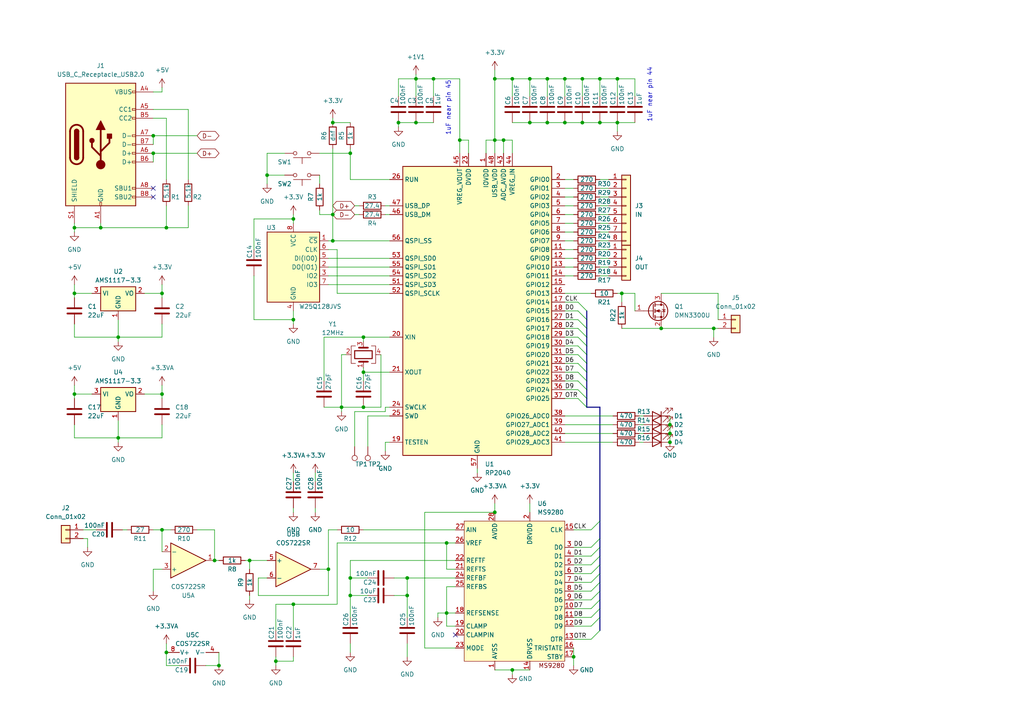
<source format=kicad_sch>
(kicad_sch (version 20230121) (generator eeschema)
  (paper "A4")
  (title_block (title "Glitcher") (date "2023-07-15") (rev "0.1"))
  (bus_alias "ADC" (members "D0" "D1" "D2" "D3" "D4" "D5" "D6" "D7" "D8" "D9" "CLK" "OTR"))
  (junction (at 143.51 22.86))
  (junction (at 129.54 157.48))
  (junction (at 148.59 194.31))
  (junction (at 101.6 172.72))
  (junction (at 63.5 193.04))
  (junction (at 85.09 63.5))
  (junction (at 105.41 107.95))
  (junction (at 62.23 162.56))
  (junction (at 34.29 97.79))
  (junction (at 166.37 190.5))
  (junction (at 194.31 123.19))
  (junction (at 21.59 114.3))
  (junction (at 105.41 97.79))
  (junction (at 118.11 172.72))
  (junction (at 101.6 167.64))
  (junction (at 173.99 35.56))
  (junction (at 85.09 175.26))
  (junction (at 158.75 35.56))
  (junction (at 168.91 22.86))
  (junction (at 153.67 22.86))
  (junction (at 46.99 85.09))
  (junction (at 129.54 177.8))
  (junction (at 95.25 165.1))
  (junction (at 46.99 114.3))
  (junction (at 163.83 22.86))
  (junction (at 115.57 35.56))
  (junction (at 125.73 22.86))
  (junction (at 133.35 40.64))
  (junction (at 96.52 69.85))
  (junction (at 158.75 22.86))
  (junction (at 191.77 95.25))
  (junction (at 96.52 35.56))
  (junction (at 146.05 40.64))
  (junction (at 173.99 22.86))
  (junction (at 96.52 62.23))
  (junction (at 44.45 39.37))
  (junction (at 143.51 40.64))
  (junction (at 118.11 167.64))
  (junction (at 34.29 127))
  (junction (at 120.65 35.56))
  (junction (at 168.91 35.56))
  (junction (at 101.6 44.45))
  (junction (at 48.26 66.04))
  (junction (at 77.47 50.8))
  (junction (at 72.39 162.56))
  (junction (at 153.67 35.56))
  (junction (at 80.01 191.77))
  (junction (at 180.34 85.09))
  (junction (at 148.59 22.86))
  (junction (at 48.26 189.23))
  (junction (at 85.09 92.71))
  (junction (at 21.59 85.09))
  (junction (at 163.83 35.56))
  (junction (at 179.07 35.56))
  (junction (at 99.06 118.11))
  (junction (at 21.59 66.04))
  (junction (at 120.65 22.86))
  (junction (at 143.51 148.59))
  (junction (at 46.99 153.67))
  (junction (at 207.01 95.25))
  (junction (at 179.07 22.86))
  (junction (at 105.41 118.11))
  (junction (at 194.31 125.73))
  (junction (at 29.21 66.04))
  (junction (at 194.31 128.27))
  (junction (at 44.45 44.45))
  (no_connect (at 132.08 184.15))
  (no_connect (at 44.45 57.15))
  (no_connect (at 44.45 54.61))
  (bus_entry (at 167.64 105.41) (size 2.54 2.54))
  (bus_entry (at 167.64 113.03) (size 2.54 2.54))
  (bus_entry (at 171.45 179.07) (size 2.54 -2.54))
  (bus_entry (at 167.64 87.63) (size 2.54 2.54))
  (bus_entry (at 167.64 97.79) (size 2.54 2.54))
  (bus_entry (at 167.64 90.17) (size 2.54 2.54))
  (bus_entry (at 167.64 107.95) (size 2.54 2.54))
  (bus_entry (at 167.64 95.25) (size 2.54 2.54))
  (bus_entry (at 171.45 166.37) (size 2.54 -2.54))
  (bus_entry (at 171.45 168.91) (size 2.54 -2.54))
  (bus_entry (at 167.64 100.33) (size 2.54 2.54))
  (bus_entry (at 171.45 161.29) (size 2.54 -2.54))
  (bus_entry (at 171.45 176.53) (size 2.54 -2.54))
  (bus_entry (at 167.64 110.49) (size 2.54 2.54))
  (bus_entry (at 167.64 92.71) (size 2.54 2.54))
  (bus_entry (at 171.45 158.75) (size 2.54 -2.54))
  (bus_entry (at 171.45 173.99) (size 2.54 -2.54))
  (bus_entry (at 167.64 115.57) (size 2.54 2.54))
  (bus_entry (at 171.45 171.45) (size 2.54 -2.54))
  (bus_entry (at 167.64 102.87) (size 2.54 2.54))
  (bus_entry (at 171.45 163.83) (size 2.54 -2.54))
  (bus_entry (at 171.45 185.42) (size 2.54 -2.54))
  (bus_entry (at 171.45 181.61) (size 2.54 -2.54))
  (bus_entry (at 171.45 153.67) (size 2.54 -2.54))
  (wire (pts (xy 101.6 186.69) (xy 101.6 189.23)))
  (wire (pts (xy 163.83 107.95) (xy 167.64 107.95)))
  (wire (pts (xy 73.66 63.5) (xy 73.66 72.39)))
  (bus (pts (xy 173.99 163.83) (xy 173.99 166.37)))
  (wire (pts (xy 118.11 172.72) (xy 118.11 179.07)))
  (wire (pts (xy 184.15 85.09) (xy 184.15 90.17)))
  (bus (pts (xy 170.18 102.87) (xy 170.18 105.41)))
  (wire (pts (xy 194.31 120.65) (xy 194.31 123.19)))
  (wire (pts (xy 97.79 85.09) (xy 97.79 72.39)))
  (wire (pts (xy 113.03 128.27) (xy 111.76 128.27)))
  (wire (pts (xy 194.31 125.73) (xy 194.31 128.27)))
  (wire (pts (xy 153.67 146.05) (xy 153.67 148.59)))
  (wire (pts (xy 166.37 185.42) (xy 171.45 185.42)))
  (wire (pts (xy 93.98 97.79) (xy 93.98 110.49)))
  (wire (pts (xy 21.59 66.04) (xy 21.59 67.31)))
  (wire (pts (xy 148.59 194.31) (xy 153.67 194.31)))
  (wire (pts (xy 34.29 97.79) (xy 34.29 99.06)))
  (wire (pts (xy 21.59 127) (xy 21.59 123.19)))
  (wire (pts (xy 101.6 172.72) (xy 106.68 172.72)))
  (wire (pts (xy 173.99 57.15) (xy 176.53 57.15)))
  (wire (pts (xy 163.83 77.47) (xy 166.37 77.47)))
  (wire (pts (xy 105.41 153.67) (xy 132.08 153.67)))
  (wire (pts (xy 133.35 44.45) (xy 133.35 40.64)))
  (wire (pts (xy 46.99 111.76) (xy 46.99 114.3)))
  (wire (pts (xy 148.59 35.56) (xy 153.67 35.56)))
  (wire (pts (xy 96.52 43.18) (xy 96.52 62.23)))
  (wire (pts (xy 158.75 22.86) (xy 153.67 22.86)))
  (wire (pts (xy 106.68 129.54) (xy 106.68 120.65)))
  (wire (pts (xy 46.99 153.67) (xy 46.99 160.02)))
  (wire (pts (xy 105.41 107.95) (xy 105.41 110.49)))
  (wire (pts (xy 106.68 120.65) (xy 113.03 120.65)))
  (wire (pts (xy 111.76 62.23) (xy 113.03 62.23)))
  (wire (pts (xy 207.01 95.25) (xy 207.01 97.79)))
  (wire (pts (xy 77.47 50.8) (xy 77.47 53.34)))
  (wire (pts (xy 93.98 97.79) (xy 105.41 97.79)))
  (wire (pts (xy 148.59 40.64) (xy 148.59 44.45)))
  (wire (pts (xy 91.44 147.32) (xy 91.44 148.59)))
  (wire (pts (xy 24.13 153.67) (xy 27.94 153.67)))
  (wire (pts (xy 163.83 59.69) (xy 166.37 59.69)))
  (wire (pts (xy 132.08 162.56) (xy 101.6 162.56)))
  (wire (pts (xy 21.59 86.36) (xy 21.59 85.09)))
  (wire (pts (xy 92.71 165.1) (xy 95.25 165.1)))
  (wire (pts (xy 29.21 66.04) (xy 48.26 66.04)))
  (wire (pts (xy 34.29 97.79) (xy 21.59 97.79)))
  (wire (pts (xy 163.83 22.86) (xy 158.75 22.86)))
  (wire (pts (xy 105.41 118.11) (xy 110.49 118.11)))
  (wire (pts (xy 173.99 77.47) (xy 176.53 77.47)))
  (wire (pts (xy 163.83 87.63) (xy 167.64 87.63)))
  (wire (pts (xy 118.11 172.72) (xy 118.11 167.64)))
  (wire (pts (xy 101.6 44.45) (xy 101.6 52.07)))
  (wire (pts (xy 97.79 72.39) (xy 95.25 72.39)))
  (wire (pts (xy 185.42 123.19) (xy 186.69 123.19)))
  (wire (pts (xy 46.99 97.79) (xy 34.29 97.79)))
  (wire (pts (xy 163.83 64.77) (xy 166.37 64.77)))
  (wire (pts (xy 123.19 187.96) (xy 123.19 148.59)))
  (wire (pts (xy 133.35 40.64) (xy 133.35 22.86)))
  (wire (pts (xy 129.54 177.8) (xy 129.54 170.18)))
  (wire (pts (xy 143.51 22.86) (xy 143.51 40.64)))
  (wire (pts (xy 166.37 171.45) (xy 171.45 171.45)))
  (wire (pts (xy 80.01 191.77) (xy 80.01 193.04)))
  (wire (pts (xy 21.59 111.76) (xy 21.59 114.3)))
  (wire (pts (xy 173.99 80.01) (xy 176.53 80.01)))
  (wire (pts (xy 125.73 22.86) (xy 120.65 22.86)))
  (bus (pts (xy 170.18 107.95) (xy 170.18 110.49)))
  (wire (pts (xy 132.08 181.61) (xy 129.54 181.61)))
  (wire (pts (xy 105.41 107.95) (xy 113.03 107.95)))
  (wire (pts (xy 158.75 22.86) (xy 158.75 27.94)))
  (wire (pts (xy 46.99 25.4) (xy 46.99 26.67)))
  (wire (pts (xy 41.91 85.09) (xy 46.99 85.09)))
  (wire (pts (xy 140.97 40.64) (xy 143.51 40.64)))
  (wire (pts (xy 143.51 40.64) (xy 146.05 40.64)))
  (wire (pts (xy 82.55 44.45) (xy 77.47 44.45)))
  (wire (pts (xy 92.71 44.45) (xy 101.6 44.45)))
  (bus (pts (xy 173.99 166.37) (xy 173.99 168.91)))
  (wire (pts (xy 85.09 63.5) (xy 73.66 63.5)))
  (wire (pts (xy 114.3 172.72) (xy 118.11 172.72)))
  (wire (pts (xy 129.54 165.1) (xy 129.54 157.48)))
  (wire (pts (xy 166.37 176.53) (xy 171.45 176.53)))
  (wire (pts (xy 163.83 113.03) (xy 167.64 113.03)))
  (wire (pts (xy 25.4 156.21) (xy 25.4 158.75)))
  (wire (pts (xy 163.83 110.49) (xy 167.64 110.49)))
  (wire (pts (xy 166.37 163.83) (xy 171.45 163.83)))
  (wire (pts (xy 173.99 67.31) (xy 176.53 67.31)))
  (wire (pts (xy 146.05 40.64) (xy 146.05 44.45)))
  (wire (pts (xy 101.6 52.07) (xy 113.03 52.07)))
  (wire (pts (xy 173.99 22.86) (xy 173.99 27.94)))
  (wire (pts (xy 46.99 115.57) (xy 46.99 114.3)))
  (wire (pts (xy 44.45 165.1) (xy 44.45 171.45)))
  (wire (pts (xy 96.52 35.56) (xy 101.6 35.56)))
  (wire (pts (xy 173.99 52.07) (xy 176.53 52.07)))
  (wire (pts (xy 44.45 31.75) (xy 54.61 31.75)))
  (wire (pts (xy 95.25 77.47) (xy 113.03 77.47)))
  (wire (pts (xy 173.99 22.86) (xy 168.91 22.86)))
  (wire (pts (xy 44.45 39.37) (xy 57.15 39.37)))
  (wire (pts (xy 140.97 44.45) (xy 140.97 40.64)))
  (wire (pts (xy 59.69 193.04) (xy 63.5 193.04)))
  (wire (pts (xy 173.99 64.77) (xy 176.53 64.77)))
  (wire (pts (xy 82.55 50.8) (xy 77.47 50.8)))
  (wire (pts (xy 34.29 127) (xy 21.59 127)))
  (wire (pts (xy 113.03 85.09) (xy 97.79 85.09)))
  (wire (pts (xy 54.61 66.04) (xy 54.61 59.69)))
  (wire (pts (xy 148.59 22.86) (xy 148.59 27.94)))
  (wire (pts (xy 132.08 187.96) (xy 123.19 187.96)))
  (wire (pts (xy 71.12 162.56) (xy 72.39 162.56)))
  (wire (pts (xy 168.91 35.56) (xy 173.99 35.56)))
  (bus (pts (xy 173.99 118.11) (xy 170.18 118.11)))
  (wire (pts (xy 166.37 179.07) (xy 171.45 179.07)))
  (wire (pts (xy 163.83 105.41) (xy 167.64 105.41)))
  (bus (pts (xy 173.99 156.21) (xy 173.99 158.75)))
  (wire (pts (xy 85.09 147.32) (xy 85.09 148.59)))
  (bus (pts (xy 173.99 158.75) (xy 173.99 161.29)))
  (wire (pts (xy 54.61 31.75) (xy 54.61 52.07)))
  (wire (pts (xy 133.35 22.86) (xy 125.73 22.86)))
  (wire (pts (xy 132.08 177.8) (xy 129.54 177.8)))
  (wire (pts (xy 173.99 72.39) (xy 176.53 72.39)))
  (wire (pts (xy 99.06 118.11) (xy 105.41 118.11)))
  (wire (pts (xy 95.25 80.01) (xy 113.03 80.01)))
  (wire (pts (xy 163.83 80.01) (xy 166.37 80.01)))
  (bus (pts (xy 173.99 151.13) (xy 173.99 156.21)))
  (wire (pts (xy 102.87 119.38) (xy 102.87 129.54)))
  (wire (pts (xy 148.59 194.31) (xy 148.59 195.58)))
  (wire (pts (xy 208.28 92.71) (xy 208.28 85.09)))
  (bus (pts (xy 170.18 90.17) (xy 170.18 92.71)))
  (wire (pts (xy 166.37 168.91) (xy 171.45 168.91)))
  (wire (pts (xy 46.99 26.67) (xy 44.45 26.67)))
  (wire (pts (xy 118.11 167.64) (xy 132.08 167.64)))
  (wire (pts (xy 163.83 22.86) (xy 163.83 27.94)))
  (wire (pts (xy 100.33 102.87) (xy 99.06 102.87)))
  (wire (pts (xy 163.83 62.23) (xy 166.37 62.23)))
  (bus (pts (xy 170.18 97.79) (xy 170.18 100.33)))
  (wire (pts (xy 111.76 118.11) (xy 111.76 119.38)))
  (wire (pts (xy 153.67 22.86) (xy 153.67 27.94)))
  (wire (pts (xy 85.09 92.71) (xy 85.09 93.98)))
  (wire (pts (xy 146.05 40.64) (xy 148.59 40.64)))
  (wire (pts (xy 129.54 181.61) (xy 129.54 177.8)))
  (wire (pts (xy 163.83 92.71) (xy 167.64 92.71)))
  (wire (pts (xy 120.65 22.86) (xy 120.65 27.94)))
  (wire (pts (xy 129.54 170.18) (xy 132.08 170.18)))
  (wire (pts (xy 179.07 35.56) (xy 184.15 35.56)))
  (wire (pts (xy 166.37 161.29) (xy 171.45 161.29)))
  (wire (pts (xy 92.71 50.8) (xy 92.71 53.34)))
  (wire (pts (xy 46.99 86.36) (xy 46.99 85.09)))
  (wire (pts (xy 143.51 194.31) (xy 148.59 194.31)))
  (wire (pts (xy 48.26 34.29) (xy 44.45 34.29)))
  (wire (pts (xy 102.87 62.23) (xy 104.14 62.23)))
  (bus (pts (xy 173.99 168.91) (xy 173.99 171.45)))
  (wire (pts (xy 163.83 72.39) (xy 166.37 72.39)))
  (wire (pts (xy 91.44 137.16) (xy 91.44 139.7)))
  (wire (pts (xy 34.29 97.79) (xy 34.29 92.71)))
  (wire (pts (xy 179.07 22.86) (xy 173.99 22.86)))
  (wire (pts (xy 115.57 35.56) (xy 115.57 36.83)))
  (wire (pts (xy 80.01 182.88) (xy 80.01 175.26)))
  (wire (pts (xy 92.71 62.23) (xy 96.52 62.23)))
  (wire (pts (xy 48.26 66.04) (xy 54.61 66.04)))
  (wire (pts (xy 163.83 115.57) (xy 167.64 115.57)))
  (wire (pts (xy 166.37 187.96) (xy 166.37 190.5)))
  (wire (pts (xy 168.91 22.86) (xy 163.83 22.86)))
  (wire (pts (xy 208.28 85.09) (xy 191.77 85.09)))
  (wire (pts (xy 46.99 127) (xy 34.29 127)))
  (wire (pts (xy 135.89 40.64) (xy 135.89 44.45)))
  (wire (pts (xy 173.99 62.23) (xy 176.53 62.23)))
  (wire (pts (xy 95.25 82.55) (xy 113.03 82.55)))
  (wire (pts (xy 77.47 44.45) (xy 77.47 50.8)))
  (wire (pts (xy 41.91 114.3) (xy 46.99 114.3)))
  (wire (pts (xy 74.93 172.72) (xy 74.93 167.64)))
  (wire (pts (xy 72.39 162.56) (xy 72.39 165.1)))
  (wire (pts (xy 85.09 137.16) (xy 85.09 139.7)))
  (wire (pts (xy 179.07 27.94) (xy 179.07 22.86)))
  (wire (pts (xy 48.26 52.07) (xy 48.26 34.29)))
  (wire (pts (xy 80.01 175.26) (xy 85.09 175.26)))
  (wire (pts (xy 129.54 157.48) (xy 97.79 157.48)))
  (wire (pts (xy 125.73 27.94) (xy 125.73 22.86)))
  (wire (pts (xy 163.83 52.07) (xy 166.37 52.07)))
  (wire (pts (xy 21.59 115.57) (xy 21.59 114.3)))
  (wire (pts (xy 143.51 146.05) (xy 143.51 148.59)))
  (wire (pts (xy 184.15 27.94) (xy 184.15 22.86)))
  (wire (pts (xy 163.83 128.27) (xy 177.8 128.27)))
  (wire (pts (xy 85.09 63.5) (xy 85.09 64.77)))
  (wire (pts (xy 163.83 97.79) (xy 167.64 97.79)))
  (wire (pts (xy 21.59 114.3) (xy 26.67 114.3)))
  (wire (pts (xy 115.57 22.86) (xy 120.65 22.86)))
  (wire (pts (xy 62.23 162.56) (xy 63.5 162.56)))
  (wire (pts (xy 163.83 95.25) (xy 167.64 95.25)))
  (bus (pts (xy 170.18 95.25) (xy 170.18 97.79)))
  (wire (pts (xy 113.03 118.11) (xy 111.76 118.11)))
  (wire (pts (xy 95.25 172.72) (xy 74.93 172.72)))
  (wire (pts (xy 163.83 123.19) (xy 177.8 123.19)))
  (wire (pts (xy 48.26 193.04) (xy 48.26 189.23)))
  (bus (pts (xy 173.99 173.99) (xy 173.99 176.53)))
  (wire (pts (xy 127 177.8) (xy 127 179.07)))
  (wire (pts (xy 158.75 35.56) (xy 163.83 35.56)))
  (wire (pts (xy 101.6 162.56) (xy 101.6 167.64)))
  (wire (pts (xy 80.01 190.5) (xy 80.01 191.77)))
  (wire (pts (xy 21.59 66.04) (xy 29.21 66.04)))
  (wire (pts (xy 52.07 193.04) (xy 48.26 193.04)))
  (wire (pts (xy 34.29 127) (xy 34.29 121.92)))
  (wire (pts (xy 166.37 166.37) (xy 171.45 166.37)))
  (wire (pts (xy 173.99 74.93) (xy 176.53 74.93)))
  (wire (pts (xy 105.41 97.79) (xy 113.03 97.79)))
  (wire (pts (xy 21.59 97.79) (xy 21.59 93.98)))
  (bus (pts (xy 173.99 161.29) (xy 173.99 163.83)))
  (wire (pts (xy 95.25 165.1) (xy 95.25 172.72)))
  (wire (pts (xy 63.5 193.04) (xy 63.5 189.23)))
  (wire (pts (xy 21.59 64.77) (xy 21.59 66.04)))
  (wire (pts (xy 96.52 34.29) (xy 96.52 35.56)))
  (wire (pts (xy 49.53 153.67) (xy 46.99 153.67)))
  (wire (pts (xy 153.67 22.86) (xy 148.59 22.86)))
  (wire (pts (xy 180.34 95.25) (xy 191.77 95.25)))
  (wire (pts (xy 95.25 153.67) (xy 97.79 153.67)))
  (wire (pts (xy 163.83 102.87) (xy 167.64 102.87)))
  (bus (pts (xy 173.99 171.45) (xy 173.99 173.99)))
  (wire (pts (xy 111.76 59.69) (xy 113.03 59.69)))
  (wire (pts (xy 105.41 106.68) (xy 105.41 107.95)))
  (wire (pts (xy 72.39 172.72) (xy 72.39 173.99)))
  (wire (pts (xy 46.99 93.98) (xy 46.99 97.79)))
  (wire (pts (xy 163.83 57.15) (xy 166.37 57.15)))
  (wire (pts (xy 123.19 148.59) (xy 143.51 148.59)))
  (wire (pts (xy 163.83 54.61) (xy 166.37 54.61)))
  (wire (pts (xy 48.26 66.04) (xy 48.26 59.69)))
  (wire (pts (xy 166.37 173.99) (xy 171.45 173.99)))
  (wire (pts (xy 74.93 167.64) (xy 77.47 167.64)))
  (wire (pts (xy 127 177.8) (xy 129.54 177.8)))
  (wire (pts (xy 173.99 69.85) (xy 176.53 69.85)))
  (wire (pts (xy 35.56 153.67) (xy 36.83 153.67)))
  (wire (pts (xy 111.76 128.27) (xy 111.76 130.81)))
  (bus (pts (xy 170.18 105.41) (xy 170.18 107.95)))
  (wire (pts (xy 166.37 190.5) (xy 166.37 193.04)))
  (wire (pts (xy 85.09 191.77) (xy 85.09 190.5)))
  (wire (pts (xy 111.76 119.38) (xy 102.87 119.38)))
  (wire (pts (xy 132.08 165.1) (xy 129.54 165.1)))
  (wire (pts (xy 99.06 118.11) (xy 99.06 119.38)))
  (wire (pts (xy 21.59 82.55) (xy 21.59 85.09)))
  (wire (pts (xy 191.77 95.25) (xy 207.01 95.25)))
  (wire (pts (xy 44.45 39.37) (xy 44.45 41.91)))
  (wire (pts (xy 166.37 181.61) (xy 171.45 181.61)))
  (wire (pts (xy 166.37 153.67) (xy 171.45 153.67)))
  (wire (pts (xy 95.25 74.93) (xy 113.03 74.93)))
  (wire (pts (xy 73.66 92.71) (xy 85.09 92.71)))
  (bus (pts (xy 170.18 100.33) (xy 170.18 102.87)))
  (wire (pts (xy 179.07 85.09) (xy 180.34 85.09)))
  (wire (pts (xy 163.83 120.65) (xy 177.8 120.65)))
  (wire (pts (xy 114.3 167.64) (xy 118.11 167.64)))
  (bus (pts (xy 173.99 179.07) (xy 173.99 182.88)))
  (wire (pts (xy 85.09 175.26) (xy 97.79 175.26)))
  (wire (pts (xy 185.42 128.27) (xy 186.69 128.27)))
  (wire (pts (xy 92.71 60.96) (xy 92.71 62.23)))
  (wire (pts (xy 166.37 158.75) (xy 171.45 158.75)))
  (wire (pts (xy 62.23 153.67) (xy 62.23 162.56)))
  (wire (pts (xy 179.07 35.56) (xy 179.07 38.1)))
  (wire (pts (xy 99.06 118.11) (xy 93.98 118.11)))
  (wire (pts (xy 153.67 35.56) (xy 158.75 35.56)))
  (bus (pts (xy 170.18 110.49) (xy 170.18 113.03)))
  (wire (pts (xy 110.49 118.11) (xy 110.49 102.87)))
  (wire (pts (xy 44.45 44.45) (xy 57.15 44.45)))
  (wire (pts (xy 185.42 120.65) (xy 186.69 120.65)))
  (wire (pts (xy 101.6 167.64) (xy 101.6 172.72)))
  (wire (pts (xy 24.13 156.21) (xy 25.4 156.21)))
  (wire (pts (xy 163.83 85.09) (xy 171.45 85.09)))
  (wire (pts (xy 57.15 153.67) (xy 62.23 153.67)))
  (wire (pts (xy 184.15 22.86) (xy 179.07 22.86)))
  (wire (pts (xy 44.45 153.67) (xy 46.99 153.67)))
  (wire (pts (xy 118.11 186.69) (xy 118.11 190.5)))
  (wire (pts (xy 133.35 40.64) (xy 135.89 40.64)))
  (wire (pts (xy 101.6 172.72) (xy 101.6 179.07)))
  (wire (pts (xy 96.52 62.23) (xy 96.52 69.85)))
  (wire (pts (xy 173.99 35.56) (xy 179.07 35.56)))
  (wire (pts (xy 173.99 54.61) (xy 176.53 54.61)))
  (wire (pts (xy 29.21 66.04) (xy 29.21 64.77)))
  (wire (pts (xy 46.99 165.1) (xy 44.45 165.1)))
  (wire (pts (xy 44.45 44.45) (xy 44.45 46.99)))
  (wire (pts (xy 95.25 165.1) (xy 95.25 153.67)))
  (wire (pts (xy 21.59 85.09) (xy 26.67 85.09)))
  (wire (pts (xy 180.34 85.09) (xy 180.34 87.63)))
  (wire (pts (xy 163.83 67.31) (xy 166.37 67.31)))
  (wire (pts (xy 85.09 175.26) (xy 85.09 182.88)))
  (bus (pts (xy 173.99 118.11) (xy 173.99 151.13)))
  (bus (pts (xy 170.18 113.03) (xy 170.18 115.57)))
  (wire (pts (xy 80.01 191.77) (xy 85.09 191.77)))
  (wire (pts (xy 34.29 127) (xy 34.29 128.27)))
  (wire (pts (xy 120.65 35.56) (xy 125.73 35.56)))
  (wire (pts (xy 46.99 82.55) (xy 46.99 85.09)))
  (wire (pts (xy 73.66 80.01) (xy 73.66 92.71)))
  (wire (pts (xy 194.31 123.19) (xy 194.31 125.73)))
  (wire (pts (xy 48.26 186.69) (xy 48.26 189.23)))
  (wire (pts (xy 101.6 43.18) (xy 101.6 44.45)))
  (wire (pts (xy 163.83 74.93) (xy 166.37 74.93)))
  (wire (pts (xy 168.91 22.86) (xy 168.91 27.94)))
  (wire (pts (xy 97.79 157.48) (xy 97.79 175.26)))
  (wire (pts (xy 163.83 125.73) (xy 177.8 125.73)))
  (wire (pts (xy 99.06 102.87) (xy 99.06 118.11)))
  (wire (pts (xy 180.34 85.09) (xy 184.15 85.09)))
  (wire (pts (xy 101.6 167.64) (xy 106.68 167.64)))
  (wire (pts (xy 163.83 35.56) (xy 168.91 35.56)))
  (wire (pts (xy 143.51 40.64) (xy 143.51 44.45)))
  (wire (pts (xy 138.43 135.89) (xy 138.43 137.16)))
  (wire (pts (xy 105.41 99.06) (xy 105.41 97.79)))
  (wire (pts (xy 163.83 69.85) (xy 166.37 69.85)))
  (wire (pts (xy 208.28 95.25) (xy 207.01 95.25)))
  (wire (pts (xy 46.99 123.19) (xy 46.99 127)))
  (wire (pts (xy 95.25 69.85) (xy 96.52 69.85)))
  (wire (pts (xy 72.39 162.56) (xy 77.47 162.56)))
  (bus (pts (xy 170.18 92.71) (xy 170.18 95.25)))
  (wire (pts (xy 102.87 59.69) (xy 104.14 59.69)))
  (wire (pts (xy 120.65 21.59) (xy 120.65 22.86)))
  (wire (pts (xy 163.83 100.33) (xy 167.64 100.33)))
  (bus (pts (xy 173.99 176.53) (xy 173.99 179.07)))
  (wire (pts (xy 132.08 157.48) (xy 129.54 157.48)))
  (wire (pts (xy 185.42 125.73) (xy 186.69 125.73)))
  (wire (pts (xy 85.09 92.71) (xy 85.09 90.17)))
  (wire (pts (xy 143.51 20.32) (xy 143.51 22.86)))
  (wire (pts (xy 96.52 69.85) (xy 113.03 69.85)))
  (bus (pts (xy 170.18 115.57) (xy 170.18 118.11)))
  (wire (pts (xy 148.59 22.86) (xy 143.51 22.86)))
  (wire (pts (xy 115.57 27.94) (xy 115.57 22.86)))
  (wire (pts (xy 115.57 35.56) (xy 120.65 35.56)))
  (wire (pts (xy 163.83 90.17) (xy 167.64 90.17)))
  (wire (pts (xy 173.99 59.69) (xy 176.53 59.69)))
  (wire (pts (xy 85.09 62.23) (xy 85.09 63.5)))
  (text "1uF near pin 45" (at 130.81 39.37 90) (effects (font (size 1.27 1.27)) (justify left bottom)))
  (text "1uF near pin 44" (at 189.23 35.56 90) (effects (font (size 1.27 1.27)) (justify left bottom)))
  (label "D5" (at 166.37 171.45 0))
  (label "D1" (at 163.83 92.71 0))
  (label "D7" (at 166.37 176.53 0))
  (label "D8" (at 166.37 179.07 0))
  (label "D5" (at 163.83 102.87 0))
  (label "OTR" (at 163.83 115.57 0))
  (label "CLK" (at 163.83 87.63 0))
  (label "D3" (at 163.83 97.79 0))
  (label "D3" (at 166.37 166.37 0))
  (label "D9" (at 166.37 181.61 0))
  (label "D0" (at 163.83 90.17 0))
  (label "D6" (at 163.83 105.41 0))
  (label "D9" (at 163.83 113.03 0))
  (label "CLK" (at 166.37 153.67 0))
  (label "D6" (at 166.37 173.99 0))
  (label "D8" (at 163.83 110.49 0))
  (label "D2" (at 166.37 163.83 0))
  (label "D7" (at 163.83 107.95 0))
  (label "D4" (at 166.37 168.91 0))
  (label "D0" (at 166.37 158.75 0))
  (label "D1" (at 166.37 161.29 0))
  (label "OTR" (at 166.37 185.42 0))
  (label "D2" (at 163.83 95.25 0))
  (label "D4" (at 163.83 100.33 0))
  (global_label "D+" (shape bidirectional) (at 57.15 44.45 0) (property "Intersheetrefs" "${INTERSHEET_REFS}" (effects hide)))
  (global_label "D-" (shape bidirectional) (at 102.87 62.23 180) (property "Intersheetrefs" "${INTERSHEET_REFS}" (effects hide)))
  (global_label "D+" (shape bidirectional) (at 102.87 59.69 180) (property "Intersheetrefs" "${INTERSHEET_REFS}" (effects hide)))
  (global_label "D-" (shape bidirectional) (at 57.15 39.37 0) (property "Intersheetrefs" "${INTERSHEET_REFS}" (effects hide)))
  (symbol (lib_id "Device:C") (at 110.49 167.64 90) (unit 1)
    (property "Reference" "C24" (at 109.22 168.91 90) (effects (justify left)))
    (property "Value" "100nF" (at 109.22 166.37 90) (effects (justify left)))
    (property "Footprint" "Capacitor_SMD:C_0603_1608Metric" (effects hide))
  )
  (symbol (lib_id "power:+3.3V") (at 85.09 62.23 0) (unit 1)
    (property "Reference" "#PWR09" (effects hide))
    (property "Value" "+3.3V" (at 85.09 57.15 0))
  )
  (symbol (lib_id "Device:C") (at 173.99 31.75 0) (unit 1)
    (property "Reference" "C11" (at 172.72 30.48 90) (effects (justify left)))
    (property "Value" "100nF" (at 175.26 30.48 90) (effects (justify left)))
    (property "Footprint" "Capacitor_SMD:C_0603_1608Metric" (effects hide))
  )
  (symbol (lib_id "power:+5V") (at 21.59 82.55 0) (unit 1)
    (property "Reference" "#PWR02" (effects hide))
    (property "Value" "+5V" (at 21.59 77.47 0))
  )
  (symbol (lib_id "power:+5V") (at 21.59 111.76 0) (unit 1)
    (property "Reference" "#PWR017" (effects hide))
    (property "Value" "+5V" (at 21.59 106.68 0))
  )
  (symbol (lib_id "Device:LED") (at 190.5 120.65 180) (unit 1)
    (property "Reference" "D1" (at 196.85 120.65 0))
    (property "Value" "LED" (effects hide))
    (property "Footprint" "Resistor_SMD:R_0603_1608Metric" (effects hide))
  )
  (symbol (lib_id "Device:R") (at 48.26 55.88 0) (mirror x) (unit 1)
    (property "Reference" "R1" (at 49.53 57.15 0) (effects (justify left)))
    (property "Value" "5.1k" (at 48.26 53.34 90) (effects (justify left)))
    (property "Footprint" "Resistor_SMD:R_0603_1608Metric" (effects hide))
  )
  (symbol (lib_id "power:+3.3V") (at 153.67 146.05 0) (unit 1)
    (property "Reference" "#PWR030" (effects hide))
    (property "Value" "+3.3V" (at 153.67 140.97 0))
  )
  (symbol (lib_id "Device:C") (at 46.99 119.38 0) (unit 1)
    (property "Reference" "C18" (at 50.8 118.11 0) (effects (justify left)))
    (property "Value" "22uF" (at 50.8 120.65 0) (effects (justify left)))
    (property "Footprint" "Capacitor_SMD:C_0805_2012Metric" (effects hide))
  )
  (symbol (lib_id "Device:R") (at 170.18 74.93 270) (unit 1)
    (property "Reference" "R19" (at 175.26 76.2 90))
    (property "Value" "270" (at 170.18 74.93 90))
    (property "Footprint" "Resistor_SMD:R_0603_1608Metric" (effects hide))
  )
  (symbol (lib_id "power:+3.3V") (at 91.44 137.16 0) (unit 1)
    (property "Reference" "#PWR033" (effects hide))
    (property "Value" "+3.3V" (at 91.44 132.08 0))
  )
  (symbol (lib_id "Device:C") (at 115.57 31.75 0) (unit 1)
    (property "Reference" "C4" (at 113.03 29.21 0) (effects (justify left)))
    (property "Value" "100nF" (at 116.84 30.48 90) (effects (justify left)))
    (property "Footprint" "Capacitor_SMD:C_0603_1608Metric" (effects hide))
  )
  (symbol (lib_id "MS9280:MS9280") (at 148.59 167.64 0) (unit 1)
    (property "Reference" "U6" (at 155.8641 146.05 0) (effects (justify left)))
    (property "Value" "MS9280" (at 155.8641 148.59 0) (effects (justify left)))
    (property "Footprint" "Package_SO:SSOP-28_5.3x10.2mm_P0.65mm" (effects hide))
  )
  (symbol (lib_id "Device:C") (at 153.67 31.75 0) (unit 1)
    (property "Reference" "C7" (at 152.4 30.48 90) (effects (justify left)))
    (property "Value" "100nF" (at 154.94 30.48 90) (effects (justify left)))
    (property "Footprint" "Capacitor_SMD:C_0603_1608Metric" (effects hide))
  )
  (symbol (lib_id "Connector_Generic:Conn_01x08") (at 181.61 59.69 0) (unit 1)
    (property "Reference" "J3" (at 184.15 59.69 0) (effects (justify left)))
    (property "Value" "IN" (at 184.15 62.23 0) (effects (justify left)))
  )
  (symbol (lib_id "power:GND") (at 207.01 97.79 0) (mirror y) (unit 1)
    (property "Reference" "#PWR038" (effects hide))
    (property "Value" "GND" (at 207.01 102.87 0))
  )
  (symbol (lib_id "Device:R") (at 107.95 62.23 90) (unit 1)
    (property "Reference" "R4" (at 107.95 64.77 90))
    (property "Value" "27.4" (at 107.95 62.23 90))
    (property "Footprint" "Resistor_SMD:R_0603_1608Metric" (effects hide))
  )
  (symbol (lib_id "power:GND") (at 101.6 189.23 0) (unit 1)
    (property "Reference" "#PWR027" (effects hide))
    (property "Value" "GND" (at 101.6 194.31 0))
  )
  (symbol (lib_id "Device:C") (at 85.09 143.51 0) (unit 1)
    (property "Reference" "C27" (at 83.82 142.24 90) (effects (justify left)))
    (property "Value" "100nF" (at 86.36 142.24 90) (effects (justify left)))
    (property "Footprint" "Capacitor_SMD:C_0603_1608Metric" (effects hide))
  )
  (symbol (lib_id "Device:R") (at 170.18 69.85 270) (unit 1)
    (property "Reference" "R23" (at 175.26 71.12 90))
    (property "Value" "270" (at 170.18 69.85 90))
    (property "Footprint" "Resistor_SMD:R_0603_1608Metric" (effects hide))
  )
  (symbol (lib_id "power:GND") (at 99.06 119.38 0) (unit 1)
    (property "Reference" "#PWR013" (effects hide))
    (property "Value" "GND" (at 99.06 124.46 0))
  )
  (symbol (lib_id "power:+3.3VA") (at 143.51 146.05 0) (unit 1)
    (property "Reference" "#PWR029" (effects hide))
    (property "Value" "+3.3VA" (at 143.51 140.97 0))
  )
  (symbol (lib_id "power:GND") (at 138.43 137.16 0) (unit 1)
    (property "Reference" "#PWR015" (effects hide))
    (property "Value" "GND" (at 138.43 142.24 0))
  )
  (symbol (lib_id "Device:R") (at 170.18 77.47 270) (unit 1)
    (property "Reference" "R18" (at 175.26 78.74 90))
    (property "Value" "270" (at 170.18 77.47 90))
    (property "Footprint" "Resistor_SMD:R_0603_1608Metric" (effects hide))
  )
  (symbol (lib_id "Transistor_FET:DMN3300U") (at 189.23 90.17 0) (unit 1)
    (property "Reference" "Q1" (at 195.58 88.9 0) (effects (justify left)))
    (property "Value" "DMN3300U" (at 195.58 91.44 0) (effects (justify left)))
    (property "Footprint" "Package_TO_SOT_SMD:SOT-23" (effects hide))
    (property "Datasheet" "http://www.diodes.com/assets/Datasheets/ds31181.pdf" (effects hide))
  )
  (symbol (lib_id "Device:C") (at 110.49 172.72 90) (unit 1)
    (property "Reference" "C23" (at 109.22 173.99 90) (effects (justify left)))
    (property "Value" "10uF" (at 109.22 171.45 90) (effects (justify left)))
    (property "Footprint" "Capacitor_SMD:C_0603_1608Metric" (effects hide))
  )
  (symbol (lib_id "Device:R") (at 53.34 153.67 270) (unit 1)
    (property "Reference" "R10" (at 53.34 156.21 90))
    (property "Value" "270" (at 53.34 153.67 90))
    (property "Footprint" "Resistor_SMD:R_0603_1608Metric" (effects hide))
  )
  (symbol (lib_id "Device:C") (at 101.6 182.88 0) (unit 1)
    (property "Reference" "C26" (at 100.33 181.61 90) (effects (justify left)))
    (property "Value" "100nF" (at 102.87 181.61 90) (effects (justify left)))
    (property "Footprint" "Capacitor_SMD:C_0603_1608Metric" (effects hide))
  )
  (symbol (lib_id "MCU_RaspberryPi:RP2040") (at 138.43 90.17 0) (unit 1)
    (property "Reference" "U1" (at 140.6241 134.62 0) (effects (justify left)))
    (property "Value" "RP2040" (at 140.6241 137.16 0) (effects (justify left)))
    (property "Footprint" "Package_DFN_QFN:QFN-56-1EP_7x7mm_P0.4mm_EP3.2x3.2mm" (effects hide))
    (property "Datasheet" "https://datasheets.raspberrypi.com/rp2040/rp2040-datasheet.pdf" (effects hide))
  )
  (symbol (lib_id "Device:C") (at 21.59 90.17 0) (unit 1)
    (property "Reference" "C1" (at 25.4 88.9 0) (effects (justify left)))
    (property "Value" "22uF" (at 25.4 91.44 0) (effects (justify left)))
    (property "Footprint" "Capacitor_SMD:C_0805_2012Metric" (effects hide))
  )
  (symbol (lib_id "Connector:USB_C_Receptacle_USB2.0") (at 29.21 41.91 0) (unit 1)
    (property "Reference" "J1" (at 29.21 19.05 0))
    (property "Value" "USB_C_Receptacle_USB2.0" (at 29.21 21.59 0))
    (property "Footprint" "Resistor_SMD:R_0603_1608Metric" (effects hide))
    (property "Datasheet" "https://www.usb.org/sites/default/files/documents/usb_type-c.zip" (effects hide))
    (property "LCSC" "C165948" (effects hide))
  )
  (symbol (lib_id "power:GND") (at 21.59 67.31 0) (unit 1)
    (property "Reference" "#PWR01" (effects hide))
    (property "Value" "GND" (at 21.59 72.39 0))
  )
  (symbol (lib_id "Switch:SW_Push") (at 87.63 50.8 0) (mirror x) (unit 1)
    (property "Reference" "SW2" (at 82.55 53.34 0))
    (property "Value" "SW_Push" (effects hide))
    (property "Footprint" "Button_Switch_SMD:SW_Push_1P1T_NO_6x6mm_H9.5mm" (effects hide))
  )
  (symbol (lib_id "power:GND") (at 85.09 148.59 0) (unit 1)
    (property "Reference" "#PWR034" (effects hide))
    (property "Value" "GND" (at 85.09 153.67 0))
  )
  (symbol (lib_id "Device:Crystal_GND24") (at 105.41 102.87 90) (unit 1)
    (property "Reference" "Y1" (at 96.52 93.98 90))
    (property "Value" "12MHz" (at 96.52 96.52 90))
    (property "Footprint" "Crystal:Crystal_SMD_3225-4Pin_3.2x2.5mm" (effects hide))
  )
  (symbol (lib_id "Connector_Generic:Conn_01x02") (at 213.36 92.71 0) (unit 1)
    (property "Reference" "J5" (at 213.36 86.36 0))
    (property "Value" "Conn_01x02" (at 213.36 88.9 0))
  )
  (symbol (lib_id "Device:R") (at 67.31 162.56 270) (unit 1)
    (property "Reference" "R8" (at 67.31 165.1 90))
    (property "Value" "1k" (at 67.31 162.56 90))
    (property "Footprint" "Resistor_SMD:R_0603_1608Metric" (effects hide))
  )
  (symbol (lib_id "Regulator_Linear:AMS1117-3.3") (at 34.29 85.09 0) (unit 1)
    (property "Reference" "U2" (at 34.29 78.74 0))
    (property "Value" "AMS1117-3.3" (at 34.29 81.28 0))
    (property "Footprint" "Package_TO_SOT_SMD:SOT-223-3_TabPin2" (effects hide))
    (property "Datasheet" "http://www.advanced-monolithic.com/pdf/ds1117.pdf" (effects hide))
  )
  (symbol (lib_id "Device:R") (at 181.61 128.27 270) (mirror x) (unit 1)
    (property "Reference" "R16" (at 186.69 127 90))
    (property "Value" "470" (at 181.61 128.27 90))
    (property "Footprint" "Resistor_SMD:R_0603_1608Metric" (effects hide))
  )
  (symbol (lib_id "power:GND") (at 166.37 193.04 0) (unit 1)
    (property "Reference" "#PWR036" (effects hide))
    (property "Value" "GND" (at 170.18 194.31 0))
  )
  (symbol (lib_id "Connector:TestPoint") (at 106.68 129.54 180) (unit 1)
    (property "Reference" "TP2" (at 110.49 134.62 0) (effects (justify left)))
    (property "Value" "TestPoint" (effects hide))
    (property "Footprint" "TestPoint:TestPoint_Bridge_Pitch2.54mm_Drill1.3mm" (effects hide))
  )
  (symbol (lib_id "Device:C") (at 93.98 114.3 0) (unit 1)
    (property "Reference" "C15" (at 92.71 113.03 90) (effects (justify left)))
    (property "Value" "27pF" (at 95.25 113.03 90) (effects (justify left)))
    (property "Footprint" "Capacitor_SMD:C_0603_1608Metric" (effects hide))
  )
  (symbol (lib_id "power:GND") (at 91.44 148.59 0) (unit 1)
    (property "Reference" "#PWR035" (effects hide))
    (property "Value" "GND" (at 91.44 153.67 0))
  )
  (symbol (lib_id "Device:C") (at 168.91 31.75 0) (unit 1)
    (property "Reference" "C10" (at 167.64 30.48 90) (effects (justify left)))
    (property "Value" "100nF" (at 170.18 30.48 90) (effects (justify left)))
    (property "Footprint" "Capacitor_SMD:C_0603_1608Metric" (effects hide))
  )
  (symbol (lib_id "Device:C") (at 73.66 76.2 0) (unit 1)
    (property "Reference" "C14" (at 72.39 74.93 90) (effects (justify left)))
    (property "Value" "100nF" (at 74.93 74.93 90) (effects (justify left)))
    (property "Footprint" "Capacitor_SMD:C_0603_1608Metric" (effects hide))
  )
  (symbol (lib_id "Device:LED") (at 190.5 125.73 180) (unit 1)
    (property "Reference" "D3" (at 196.85 125.73 0))
    (property "Value" "LED" (effects hide))
    (property "Footprint" "Resistor_SMD:R_0603_1608Metric" (effects hide))
  )
  (symbol (lib_id "Device:C") (at 105.41 114.3 0) (unit 1)
    (property "Reference" "C16" (at 104.14 113.03 90) (effects (justify left)))
    (property "Value" "27pF" (at 106.68 113.03 90) (effects (justify left)))
    (property "Footprint" "Capacitor_SMD:C_0603_1608Metric" (effects hide))
  )
  (symbol (lib_id "Memory_Flash:W25Q128JVS") (at 85.09 77.47 0) (mirror y) (unit 1)
    (property "Reference" "U3" (at 80.01 66.04 0) (effects (justify left)))
    (property "Value" "W25Q128JVS" (at 99.06 88.9 0) (effects (justify left)))
    (property "Footprint" "Package_SO:SOIC-8_5.23x5.23mm_P1.27mm" (effects hide))
    (property "Datasheet" "http://www.winbond.com/resource-files/w25q128jv_dtr%20revc%2003272018%20plus.pdf" (effects hide))
  )
  (symbol (lib_id "Device:R") (at 170.18 52.07 270) (unit 1)
    (property "Reference" "R30" (at 175.26 53.34 90))
    (property "Value" "270" (at 170.18 52.07 90))
    (property "Footprint" "Resistor_SMD:R_0603_1608Metric" (effects hide))
  )
  (symbol (lib_id "Device:C") (at 179.07 31.75 0) (unit 1)
    (property "Reference" "C12" (at 177.8 30.48 90) (effects (justify left)))
    (property "Value" "100nF" (at 180.34 30.48 90) (effects (justify left)))
    (property "Footprint" "Capacitor_SMD:C_0603_1608Metric" (effects hide))
  )
  (symbol (lib_id "power:GND") (at 118.11 190.5 0) (unit 1)
    (property "Reference" "#PWR028" (effects hide))
    (property "Value" "GND" (at 118.11 195.58 0))
  )
  (symbol (lib_id "Device:LED") (at 190.5 123.19 180) (unit 1)
    (property "Reference" "D2" (at 196.85 123.19 0))
    (property "Value" "LED" (effects hide))
    (property "Footprint" "Resistor_SMD:R_0603_1608Metric" (effects hide))
  )
  (symbol (lib_id "Device:C") (at 31.75 153.67 90) (unit 1)
    (property "Reference" "C20" (at 30.48 154.94 90) (effects (justify left)))
    (property "Value" "100nF" (at 30.48 152.4 90) (effects (justify left)))
    (property "Footprint" "Capacitor_SMD:C_0603_1608Metric" (effects hide))
  )
  (symbol (lib_id "Device:R") (at 181.61 120.65 270) (mirror x) (unit 1)
    (property "Reference" "R13" (at 186.69 119.38 90))
    (property "Value" "470" (at 181.61 120.65 90))
    (property "Footprint" "Resistor_SMD:R_0603_1608Metric" (effects hide))
  )
  (symbol (lib_id "Device:R") (at 181.61 123.19 270) (mirror x) (unit 1)
    (property "Reference" "R14" (at 186.69 121.92 90))
    (property "Value" "470" (at 181.61 123.19 90))
    (property "Footprint" "Resistor_SMD:R_0603_1608Metric" (effects hide))
  )
  (symbol (lib_id "Device:C") (at 21.59 119.38 0) (unit 1)
    (property "Reference" "C17" (at 25.4 118.11 0) (effects (justify left)))
    (property "Value" "22uF" (at 25.4 120.65 0) (effects (justify left)))
    (property "Footprint" "Capacitor_SMD:C_0805_2012Metric" (effects hide))
  )
  (symbol (lib_id "Device:C") (at 158.75 31.75 0) (unit 1)
    (property "Reference" "C8" (at 157.48 30.48 90) (effects (justify left)))
    (property "Value" "100nF" (at 160.02 30.48 90) (effects (justify left)))
    (property "Footprint" "Capacitor_SMD:C_0603_1608Metric" (effects hide))
  )
  (symbol (lib_id "Amplifier_Operational:LM2904") (at 55.88 186.69 90) (unit 3)
    (property "Reference" "U5" (at 55.88 184.15 90))
    (property "Value" "COS722SR" (at 55.88 186.69 90))
    (property "Footprint" "Package_SO:SOP-8_3.9x4.9mm_P1.27mm" (effects hide))
    (property "Datasheet" "http://www.ti.com/lit/ds/symlink/lm358.pdf" (effects hide))
  )
  (symbol (lib_id "Device:R") (at 92.71 57.15 180) (unit 1)
    (property "Reference" "R7" (at 90.17 57.15 90))
    (property "Value" "1k" (at 92.71 57.15 90))
    (property "Footprint" "Resistor_SMD:R_0603_1608Metric" (effects hide))
  )
  (symbol (lib_id "power:+3.3V") (at 143.51 20.32 0) (unit 1)
    (property "Reference" "#PWR07" (effects hide))
    (property "Value" "+3.3V" (at 143.51 15.24 0))
  )
  (symbol (lib_id "Device:C") (at 184.15 31.75 0) (unit 1)
    (property "Reference" "C13" (at 182.88 30.48 90) (effects (justify left)))
    (property "Value" "1uF" (at 185.42 30.48 90) (effects (justify left)))
    (property "Footprint" "Capacitor_SMD:C_0603_1608Metric" (effects hide))
  )
  (symbol (lib_id "Device:R") (at 170.18 59.69 270) (unit 1)
    (property "Reference" "R27" (at 175.26 60.96 90))
    (property "Value" "270" (at 170.18 59.69 90))
    (property "Footprint" "Resistor_SMD:R_0603_1608Metric" (effects hide))
  )
  (symbol (lib_id "Device:R") (at 170.18 54.61 270) (unit 1)
    (property "Reference" "R29" (at 175.26 55.88 90))
    (property "Value" "270" (at 170.18 54.61 90))
    (property "Footprint" "Resistor_SMD:R_0603_1608Metric" (effects hide))
  )
  (symbol (lib_id "Device:LED") (at 190.5 128.27 180) (unit 1)
    (property "Reference" "D4" (at 196.85 128.27 0))
    (property "Value" "LED" (effects hide))
    (property "Footprint" "Resistor_SMD:R_0603_1608Metric" (effects hide))
  )
  (symbol (lib_id "power:GND") (at 63.5 193.04 0) (unit 1)
    (property "Reference" "#PWR022" (effects hide))
    (property "Value" "GND" (at 63.5 198.12 0))
  )
  (symbol (lib_id "power:GND") (at 34.29 128.27 0) (unit 1)
    (property "Reference" "#PWR018" (effects hide))
    (property "Value" "GND" (at 34.29 133.35 0))
  )
  (symbol (lib_id "Device:C") (at 148.59 31.75 0) (unit 1)
    (property "Reference" "C6" (at 147.32 30.48 90) (effects (justify left)))
    (property "Value" "100nF" (at 149.86 30.48 90) (effects (justify left)))
    (property "Footprint" "Capacitor_SMD:C_0603_1608Metric" (effects hide))
  )
  (symbol (lib_id "Device:C") (at 163.83 31.75 0) (unit 1)
    (property "Reference" "C9" (at 162.56 30.48 90) (effects (justify left)))
    (property "Value" "100nF" (at 165.1 30.48 90) (effects (justify left)))
    (property "Footprint" "Capacitor_SMD:C_0603_1608Metric" (effects hide))
  )
  (symbol (lib_id "power:+3.3VA") (at 46.99 111.76 0) (unit 1)
    (property "Reference" "#PWR020" (effects hide))
    (property "Value" "+3.3VA" (at 46.99 106.68 0))
  )
  (symbol (lib_id "Device:R") (at 170.18 80.01 270) (unit 1)
    (property "Reference" "R17" (at 175.26 81.28 90))
    (property "Value" "270" (at 170.18 80.01 90))
    (property "Footprint" "Resistor_SMD:R_0603_1608Metric" (effects hide))
  )
  (symbol (lib_id "power:GND") (at 115.57 36.83 0) (unit 1)
    (property "Reference" "#PWR05" (effects hide))
    (property "Value" "GND" (at 115.57 41.91 0))
  )
  (symbol (lib_id "Connector:TestPoint") (at 102.87 129.54 180) (unit 1)
    (property "Reference" "TP1" (at 106.68 134.62 0) (effects (justify left)))
    (property "Value" "TestPoint" (effects hide))
    (property "Footprint" "TestPoint:TestPoint_Bridge_Pitch2.54mm_Drill1.3mm" (effects hide))
  )
  (symbol (lib_id "power:GND") (at 34.29 99.06 0) (unit 1)
    (property "Reference" "#PWR03" (effects hide))
    (property "Value" "GND" (at 34.29 104.14 0))
  )
  (symbol (lib_id "Device:R") (at 170.18 72.39 270) (unit 1)
    (property "Reference" "R20" (at 175.26 73.66 90))
    (property "Value" "270" (at 170.18 72.39 90))
    (property "Footprint" "Resistor_SMD:R_0603_1608Metric" (effects hide))
  )
  (symbol (lib_id "power:GND") (at 127 179.07 0) (unit 1)
    (property "Reference" "#PWR025" (effects hide))
    (property "Value" "GND" (at 127 184.15 0))
  )
  (symbol (lib_id "power:GND") (at 25.4 158.75 0) (unit 1)
    (property "Reference" "#PWR024" (effects hide))
    (property "Value" "GND" (at 25.4 163.83 0))
  )
  (symbol (lib_id "power:+3.3V") (at 96.52 34.29 0) (unit 1)
    (property "Reference" "#PWR012" (effects hide))
    (property "Value" "+3.3V" (at 96.52 29.21 0))
  )
  (symbol (lib_id "Device:C") (at 91.44 143.51 0) (unit 1)
    (property "Reference" "C28" (at 90.17 142.24 90) (effects (justify left)))
    (property "Value" "100nF" (at 92.71 142.24 90) (effects (justify left)))
    (property "Footprint" "Capacitor_SMD:C_0603_1608Metric" (effects hide))
  )
  (symbol (lib_id "Device:C") (at 80.01 186.69 0) (unit 1)
    (property "Reference" "C21" (at 78.74 185.42 90) (effects (justify left)))
    (property "Value" "100nF" (at 81.28 185.42 90) (effects (justify left)))
    (property "Footprint" "Capacitor_SMD:C_0603_1608Metric" (effects hide))
  )
  (symbol (lib_id "Connector_Generic:Conn_01x02") (at 19.05 153.67 0) (mirror y) (unit 1)
    (property "Reference" "J2" (at 19.05 147.32 0))
    (property "Value" "Conn_01x02" (at 19.05 149.86 0))
  )
  (symbol (lib_id "Device:C") (at 118.11 182.88 0) (unit 1)
    (property "Reference" "C25" (at 116.84 181.61 90) (effects (justify left)))
    (property "Value" "100nF" (at 119.38 181.61 90) (effects (justify left)))
    (property "Footprint" "Capacitor_SMD:C_0603_1608Metric" (effects hide))
  )
  (symbol (lib_id "Device:R") (at 170.18 57.15 270) (unit 1)
    (property "Reference" "R28" (at 175.26 58.42 90))
    (property "Value" "270" (at 170.18 57.15 90))
    (property "Footprint" "Resistor_SMD:R_0603_1608Metric" (effects hide))
  )
  (symbol (lib_id "power:GND") (at 72.39 173.99 0) (unit 1)
    (property "Reference" "#PWR019" (effects hide))
    (property "Value" "GND" (at 72.39 179.07 0))
  )
  (symbol (lib_id "power:GND") (at 80.01 193.04 0) (unit 1)
    (property "Reference" "#PWR026" (effects hide))
    (property "Value" "GND" (at 80.01 198.12 0))
  )
  (symbol (lib_id "Device:C") (at 85.09 186.69 0) (unit 1)
    (property "Reference" "C22" (at 83.82 185.42 90) (effects (justify left)))
    (property "Value" "1uF" (at 86.36 185.42 90) (effects (justify left)))
    (property "Footprint" "Capacitor_SMD:C_0603_1608Metric" (effects hide))
  )
  (symbol (lib_id "power:GND") (at 77.47 53.34 0) (unit 1)
    (property "Reference" "#PWR011" (effects hide))
    (property "Value" "GND" (at 77.47 58.42 0))
  )
  (symbol (lib_id "power:GND") (at 148.59 195.58 0) (unit 1)
    (property "Reference" "#PWR031" (effects hide))
    (property "Value" "GND" (at 152.4 196.85 0))
  )
  (symbol (lib_id "Device:R") (at 170.18 64.77 270) (unit 1)
    (property "Reference" "R25" (at 175.26 66.04 90))
    (property "Value" "270" (at 170.18 64.77 90))
    (property "Footprint" "Resistor_SMD:R_0603_1608Metric" (effects hide))
  )
  (symbol (lib_id "Device:R") (at 101.6 153.67 270) (unit 1)
    (property "Reference" "R12" (at 101.6 156.21 90))
    (property "Value" "10" (at 101.6 153.67 90))
    (property "Footprint" "Resistor_SMD:R_0603_1608Metric" (effects hide))
  )
  (symbol (lib_id "power:GND") (at 85.09 93.98 0) (unit 1)
    (property "Reference" "#PWR010" (effects hide))
    (property "Value" "GND" (at 85.09 99.06 0))
  )
  (symbol (lib_id "Device:R") (at 181.61 125.73 270) (mirror x) (unit 1)
    (property "Reference" "R15" (at 186.69 124.46 90))
    (property "Value" "470" (at 181.61 125.73 90))
    (property "Footprint" "Resistor_SMD:R_0603_1608Metric" (effects hide))
  )
  (symbol (lib_id "Device:R") (at 96.52 39.37 180) (unit 1)
    (property "Reference" "R6" (at 93.98 39.37 90))
    (property "Value" "dnf" (at 96.52 39.37 90))
    (property "Footprint" "Resistor_SMD:R_0603_1608Metric" (effects hide))
  )
  (symbol (lib_id "power:+3.3VA") (at 48.26 186.69 0) (unit 1)
    (property "Reference" "#PWR023" (effects hide))
    (property "Value" "+3.3VA" (at 48.26 181.61 0))
  )
  (symbol (lib_id "Device:C") (at 46.99 90.17 0) (unit 1)
    (property "Reference" "C2" (at 50.8 88.9 0) (effects (justify left)))
    (property "Value" "22uF" (at 50.8 91.44 0) (effects (justify left)))
    (property "Footprint" "Capacitor_SMD:C_0805_2012Metric" (effects hide))
  )
  (symbol (lib_id "power:GND") (at 111.76 130.81 0) (unit 1)
    (property "Reference" "#PWR014" (effects hide))
    (property "Value" "GND" (at 111.76 135.89 0))
  )
  (symbol (lib_id "Device:R") (at 72.39 168.91 180) (unit 1)
    (property "Reference" "R9" (at 69.85 168.91 90))
    (property "Value" "1k" (at 72.39 168.91 90))
    (property "Footprint" "Resistor_SMD:R_0603_1608Metric" (effects hide))
  )
  (symbol (lib_id "Device:R") (at 175.26 85.09 270) (unit 1)
    (property "Reference" "R21" (at 175.26 87.63 90))
    (property "Value" "10" (at 175.26 85.09 90))
    (property "Footprint" "Resistor_SMD:R_0603_1608Metric" (effects hide))
  )
  (symbol (lib_id "Regulator_Linear:AMS1117-3.3") (at 34.29 114.3 0) (unit 1)
    (property "Reference" "U4" (at 34.29 107.95 0))
    (property "Value" "AMS1117-3.3" (at 34.29 110.49 0))
    (property "Footprint" "Package_TO_SOT_SMD:SOT-223-3_TabPin2" (effects hide))
    (property "Datasheet" "http://www.advanced-monolithic.com/pdf/ds1117.pdf" (effects hide))
  )
  (symbol (lib_id "Device:R") (at 101.6 39.37 180) (unit 1)
    (property "Reference" "R5" (at 99.06 39.37 90))
    (property "Value" "1k" (at 101.6 39.37 90))
    (property "Footprint" "Resistor_SMD:R_0603_1608Metric" (effects hide))
  )
  (symbol (lib_id "Amplifier_Operational:LM2904") (at 54.61 162.56 0) (mirror x) (unit 1)
    (property "Reference" "U5" (at 54.61 172.72 0))
    (property "Value" "COS722SR" (at 54.61 170.18 0))
    (property "Footprint" "Package_SO:SOP-8_3.9x4.9mm_P1.27mm" (effects hide))
    (property "Datasheet" "http://www.ti.com/lit/ds/symlink/lm358.pdf" (effects hide))
  )
  (symbol (lib_id "power:+3.3VA") (at 85.09 137.16 0) (unit 1)
    (property "Reference" "#PWR032" (effects hide))
    (property "Value" "+3.3VA" (at 85.09 132.08 0))
  )
  (symbol (lib_id "power:+5V") (at 46.99 25.4 0) (unit 1)
    (property "Reference" "#PWR016" (effects hide))
    (property "Value" "+5V" (at 46.99 20.32 0))
  )
  (symbol (lib_id "power:GND") (at 179.07 38.1 0) (unit 1)
    (property "Reference" "#PWR08" (effects hide))
    (property "Value" "GND" (at 179.07 43.18 0))
  )
  (symbol (lib_id "Device:C") (at 125.73 31.75 0) (unit 1)
    (property "Reference" "C5" (at 123.19 29.21 0) (effects (justify left)))
    (property "Value" "1uF" (at 127 30.48 90) (effects (justify left)))
    (property "Footprint" "Capacitor_SMD:C_0603_1608Metric" (effects hide))
  )
  (symbol (lib_id "Device:R") (at 40.64 153.67 270) (unit 1)
    (property "Reference" "R11" (at 40.64 156.21 90))
    (property "Value" "27" (at 40.64 153.67 90))
    (property "Footprint" "Resistor_SMD:R_0603_1608Metric" (effects hide))
  )
  (symbol (lib_id "power:GND") (at 194.31 128.27 0) (unit 1)
    (property "Reference" "#PWR037" (effects hide))
    (property "Value" "GND" (at 194.31 132.08 0))
  )
  (symbol (lib_id "Device:C") (at 55.88 193.04 90) (unit 1)
    (property "Reference" "C19" (at 54.61 194.31 90) (effects (justify left)))
    (property "Value" "100nF" (at 54.61 191.77 90) (effects (justify left)))
    (property "Footprint" "Capacitor_SMD:C_0603_1608Metric" (effects hide))
  )
  (symbol (lib_id "Device:R") (at 107.95 59.69 90) (unit 1)
    (property "Reference" "R3" (at 107.95 57.15 90))
    (property "Value" "27.4" (at 107.95 59.69 90))
    (property "Footprint" "Resistor_SMD:R_0603_1608Metric" (effects hide))
  )
  (symbol (lib_id "Device:R") (at 54.61 55.88 0) (mirror x) (unit 1)
    (property "Reference" "R2" (at 55.88 57.15 0) (effects (justify left)))
    (property "Value" "5.1k" (at 54.61 53.34 90) (effects (justify left)))
    (property "Footprint" "Resistor_SMD:R_0603_1608Metric" (effects hide))
  )
  (symbol (lib_id "Amplifier_Operational:LM2904") (at 85.09 165.1 0) (unit 2)
    (property "Reference" "U5" (at 85.09 154.94 0))
    (property "Value" "COS722SR" (at 85.09 157.48 0))
    (property "Footprint" "Package_SO:SOP-8_3.9x4.9mm_P1.27mm" (effects hide))
    (property "Datasheet" "http://www.ti.com/lit/ds/symlink/lm358.pdf" (effects hide))
  )
  (symbol (lib_id "Switch:SW_Push") (at 87.63 44.45 0) (mirror x) (unit 1)
    (property "Reference" "SW1" (at 82.55 46.99 0))
    (property "Value" "SW_Push" (effects hide))
    (property "Footprint" "Button_Switch_SMD:SW_Push_1P1T_NO_6x6mm_H9.5mm" (effects hide))
  )
  (symbol (lib_id "power:GND") (at 44.45 171.45 0) (unit 1)
    (property "Reference" "#PWR021" (effects hide))
    (property "Value" "GND" (at 44.45 176.53 0))
  )
  (symbol (lib_id "Device:R") (at 180.34 91.44 180) (unit 1)
    (property "Reference" "R22" (at 177.8 91.44 90))
    (property "Value" "1k" (at 180.34 91.44 90))
    (property "Footprint" "Resistor_SMD:R_0603_1608Metric" (effects hide))
  )
  (symbol (lib_id "power:+3.3V") (at 46.99 82.55 0) (unit 1)
    (property "Reference" "#PWR04" (effects hide))
    (property "Value" "+3.3V" (at 46.99 77.47 0))
  )
  (symbol (lib_id "Device:C") (at 120.65 31.75 0) (unit 1)
    (property "Reference" "C3" (at 118.11 29.21 0) (effects (justify left)))
    (property "Value" "100nF" (at 121.92 30.48 90) (effects (justify left)))
    (property "Footprint" "Capacitor_SMD:C_0603_1608Metric" (effects hide))
  )
  (symbol (lib_id "Connector_Generic:Conn_01x04") (at 181.61 74.93 0) (unit 1)
    (property "Reference" "J4" (at 184.15 74.93 0) (effects (justify left)))
    (property "Value" "OUT" (at 184.15 77.47 0) (effects (justify left)))
  )
  (symbol (lib_id "power:+1V1") (at 120.65 21.59 0) (unit 1)
    (property "Reference" "#PWR06" (effects hide))
    (property "Value" "+1V1" (at 120.65 16.51 0))
  )
  (symbol (lib_id "Device:R") (at 170.18 67.31 270) (unit 1)
    (property "Reference" "R24" (at 175.26 68.58 90))
    (property "Value" "270" (at 170.18 67.31 90))
    (property "Footprint" "Resistor_SMD:R_0603_1608Metric" (effects hide))
  )
  (symbol (lib_id "Device:R") (at 170.18 62.23 270) (unit 1)
    (property "Reference" "R26" (at 175.26 63.5 90))
    (property "Value" "270" (at 170.18 62.23 90))
    (property "Footprint" "Resistor_SMD:R_0603_1608Metric" (effects hide))
  )
)
</source>
